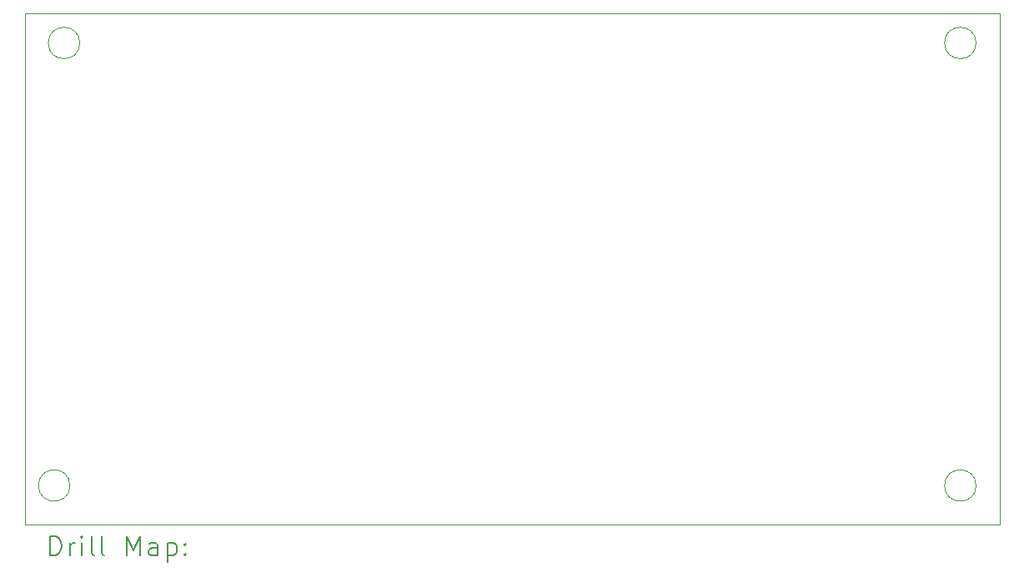
<source format=gbr>
%TF.GenerationSoftware,KiCad,Pcbnew,8.0.8*%
%TF.CreationDate,2025-06-29T12:40:06+09:00*%
%TF.ProjectId,EGSeparate,45475365-7061-4726-9174-652e6b696361,rev?*%
%TF.SameCoordinates,Original*%
%TF.FileFunction,Drillmap*%
%TF.FilePolarity,Positive*%
%FSLAX45Y45*%
G04 Gerber Fmt 4.5, Leading zero omitted, Abs format (unit mm)*
G04 Created by KiCad (PCBNEW 8.0.8) date 2025-06-29 12:40:06*
%MOMM*%
%LPD*%
G01*
G04 APERTURE LIST*
%ADD10C,0.050000*%
%ADD11C,0.200000*%
G04 APERTURE END LIST*
D10*
X16660000Y-7700000D02*
G75*
G02*
X16340000Y-7700000I-160000J0D01*
G01*
X16340000Y-7700000D02*
G75*
G02*
X16660000Y-7700000I160000J0D01*
G01*
X16660000Y-3200000D02*
G75*
G02*
X16340000Y-3200000I-160000J0D01*
G01*
X16340000Y-3200000D02*
G75*
G02*
X16660000Y-3200000I160000J0D01*
G01*
X7560000Y-3200000D02*
G75*
G02*
X7240000Y-3200000I-160000J0D01*
G01*
X7240000Y-3200000D02*
G75*
G02*
X7560000Y-3200000I160000J0D01*
G01*
X7460000Y-7700000D02*
G75*
G02*
X7140000Y-7700000I-160000J0D01*
G01*
X7140000Y-7700000D02*
G75*
G02*
X7460000Y-7700000I160000J0D01*
G01*
X7000000Y-2900000D02*
X16900000Y-2900000D01*
X16900000Y-8100000D01*
X7000000Y-8100000D01*
X7000000Y-2900000D01*
D11*
X7258277Y-8413984D02*
X7258277Y-8213984D01*
X7258277Y-8213984D02*
X7305896Y-8213984D01*
X7305896Y-8213984D02*
X7334467Y-8223508D01*
X7334467Y-8223508D02*
X7353515Y-8242555D01*
X7353515Y-8242555D02*
X7363039Y-8261603D01*
X7363039Y-8261603D02*
X7372562Y-8299698D01*
X7372562Y-8299698D02*
X7372562Y-8328269D01*
X7372562Y-8328269D02*
X7363039Y-8366365D01*
X7363039Y-8366365D02*
X7353515Y-8385412D01*
X7353515Y-8385412D02*
X7334467Y-8404460D01*
X7334467Y-8404460D02*
X7305896Y-8413984D01*
X7305896Y-8413984D02*
X7258277Y-8413984D01*
X7458277Y-8413984D02*
X7458277Y-8280650D01*
X7458277Y-8318746D02*
X7467801Y-8299698D01*
X7467801Y-8299698D02*
X7477324Y-8290174D01*
X7477324Y-8290174D02*
X7496372Y-8280650D01*
X7496372Y-8280650D02*
X7515420Y-8280650D01*
X7582086Y-8413984D02*
X7582086Y-8280650D01*
X7582086Y-8213984D02*
X7572562Y-8223508D01*
X7572562Y-8223508D02*
X7582086Y-8233031D01*
X7582086Y-8233031D02*
X7591610Y-8223508D01*
X7591610Y-8223508D02*
X7582086Y-8213984D01*
X7582086Y-8213984D02*
X7582086Y-8233031D01*
X7705896Y-8413984D02*
X7686848Y-8404460D01*
X7686848Y-8404460D02*
X7677324Y-8385412D01*
X7677324Y-8385412D02*
X7677324Y-8213984D01*
X7810658Y-8413984D02*
X7791610Y-8404460D01*
X7791610Y-8404460D02*
X7782086Y-8385412D01*
X7782086Y-8385412D02*
X7782086Y-8213984D01*
X8039229Y-8413984D02*
X8039229Y-8213984D01*
X8039229Y-8213984D02*
X8105896Y-8356841D01*
X8105896Y-8356841D02*
X8172562Y-8213984D01*
X8172562Y-8213984D02*
X8172562Y-8413984D01*
X8353515Y-8413984D02*
X8353515Y-8309222D01*
X8353515Y-8309222D02*
X8343991Y-8290174D01*
X8343991Y-8290174D02*
X8324943Y-8280650D01*
X8324943Y-8280650D02*
X8286848Y-8280650D01*
X8286848Y-8280650D02*
X8267801Y-8290174D01*
X8353515Y-8404460D02*
X8334467Y-8413984D01*
X8334467Y-8413984D02*
X8286848Y-8413984D01*
X8286848Y-8413984D02*
X8267801Y-8404460D01*
X8267801Y-8404460D02*
X8258277Y-8385412D01*
X8258277Y-8385412D02*
X8258277Y-8366365D01*
X8258277Y-8366365D02*
X8267801Y-8347317D01*
X8267801Y-8347317D02*
X8286848Y-8337793D01*
X8286848Y-8337793D02*
X8334467Y-8337793D01*
X8334467Y-8337793D02*
X8353515Y-8328269D01*
X8448753Y-8280650D02*
X8448753Y-8480650D01*
X8448753Y-8290174D02*
X8467801Y-8280650D01*
X8467801Y-8280650D02*
X8505896Y-8280650D01*
X8505896Y-8280650D02*
X8524944Y-8290174D01*
X8524944Y-8290174D02*
X8534467Y-8299698D01*
X8534467Y-8299698D02*
X8543991Y-8318746D01*
X8543991Y-8318746D02*
X8543991Y-8375888D01*
X8543991Y-8375888D02*
X8534467Y-8394936D01*
X8534467Y-8394936D02*
X8524944Y-8404460D01*
X8524944Y-8404460D02*
X8505896Y-8413984D01*
X8505896Y-8413984D02*
X8467801Y-8413984D01*
X8467801Y-8413984D02*
X8448753Y-8404460D01*
X8629705Y-8394936D02*
X8639229Y-8404460D01*
X8639229Y-8404460D02*
X8629705Y-8413984D01*
X8629705Y-8413984D02*
X8620182Y-8404460D01*
X8620182Y-8404460D02*
X8629705Y-8394936D01*
X8629705Y-8394936D02*
X8629705Y-8413984D01*
X8629705Y-8290174D02*
X8639229Y-8299698D01*
X8639229Y-8299698D02*
X8629705Y-8309222D01*
X8629705Y-8309222D02*
X8620182Y-8299698D01*
X8620182Y-8299698D02*
X8629705Y-8290174D01*
X8629705Y-8290174D02*
X8629705Y-8309222D01*
M02*

</source>
